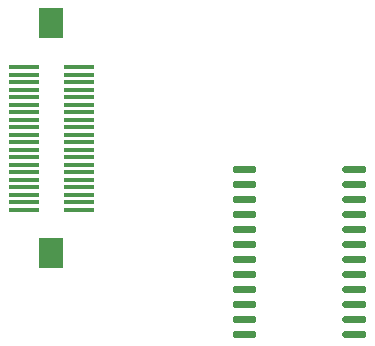
<source format=gbp>
%TF.GenerationSoftware,KiCad,Pcbnew,5.1.12-84ad8e8a86~92~ubuntu20.04.1*%
%TF.CreationDate,2021-12-07T00:39:57-06:00*%
%TF.ProjectId,serial_rewind_d2,73657269-616c-45f7-9265-77696e645f64,rev?*%
%TF.SameCoordinates,Original*%
%TF.FileFunction,Paste,Bot*%
%TF.FilePolarity,Positive*%
%FSLAX46Y46*%
G04 Gerber Fmt 4.6, Leading zero omitted, Abs format (unit mm)*
G04 Created by KiCad (PCBNEW 5.1.12-84ad8e8a86~92~ubuntu20.04.1) date 2021-12-07 00:39:57*
%MOMM*%
%LPD*%
G01*
G04 APERTURE LIST*
%ADD10R,2.500000X0.350000*%
%ADD11R,2.000000X2.500000*%
G04 APERTURE END LIST*
%TO.C,U5*%
G36*
G01*
X76074500Y-129487000D02*
X76074500Y-129212000D01*
G75*
G02*
X76212000Y-129074500I137500J0D01*
G01*
X77937000Y-129074500D01*
G75*
G02*
X78074500Y-129212000I0J-137500D01*
G01*
X78074500Y-129487000D01*
G75*
G02*
X77937000Y-129624500I-137500J0D01*
G01*
X76212000Y-129624500D01*
G75*
G02*
X76074500Y-129487000I0J137500D01*
G01*
G37*
G36*
G01*
X76074500Y-128217000D02*
X76074500Y-127942000D01*
G75*
G02*
X76212000Y-127804500I137500J0D01*
G01*
X77937000Y-127804500D01*
G75*
G02*
X78074500Y-127942000I0J-137500D01*
G01*
X78074500Y-128217000D01*
G75*
G02*
X77937000Y-128354500I-137500J0D01*
G01*
X76212000Y-128354500D01*
G75*
G02*
X76074500Y-128217000I0J137500D01*
G01*
G37*
G36*
G01*
X76074500Y-126947000D02*
X76074500Y-126672000D01*
G75*
G02*
X76212000Y-126534500I137500J0D01*
G01*
X77937000Y-126534500D01*
G75*
G02*
X78074500Y-126672000I0J-137500D01*
G01*
X78074500Y-126947000D01*
G75*
G02*
X77937000Y-127084500I-137500J0D01*
G01*
X76212000Y-127084500D01*
G75*
G02*
X76074500Y-126947000I0J137500D01*
G01*
G37*
G36*
G01*
X76074500Y-125677000D02*
X76074500Y-125402000D01*
G75*
G02*
X76212000Y-125264500I137500J0D01*
G01*
X77937000Y-125264500D01*
G75*
G02*
X78074500Y-125402000I0J-137500D01*
G01*
X78074500Y-125677000D01*
G75*
G02*
X77937000Y-125814500I-137500J0D01*
G01*
X76212000Y-125814500D01*
G75*
G02*
X76074500Y-125677000I0J137500D01*
G01*
G37*
G36*
G01*
X76074500Y-124407000D02*
X76074500Y-124132000D01*
G75*
G02*
X76212000Y-123994500I137500J0D01*
G01*
X77937000Y-123994500D01*
G75*
G02*
X78074500Y-124132000I0J-137500D01*
G01*
X78074500Y-124407000D01*
G75*
G02*
X77937000Y-124544500I-137500J0D01*
G01*
X76212000Y-124544500D01*
G75*
G02*
X76074500Y-124407000I0J137500D01*
G01*
G37*
G36*
G01*
X76074500Y-123137000D02*
X76074500Y-122862000D01*
G75*
G02*
X76212000Y-122724500I137500J0D01*
G01*
X77937000Y-122724500D01*
G75*
G02*
X78074500Y-122862000I0J-137500D01*
G01*
X78074500Y-123137000D01*
G75*
G02*
X77937000Y-123274500I-137500J0D01*
G01*
X76212000Y-123274500D01*
G75*
G02*
X76074500Y-123137000I0J137500D01*
G01*
G37*
G36*
G01*
X76074500Y-121867000D02*
X76074500Y-121592000D01*
G75*
G02*
X76212000Y-121454500I137500J0D01*
G01*
X77937000Y-121454500D01*
G75*
G02*
X78074500Y-121592000I0J-137500D01*
G01*
X78074500Y-121867000D01*
G75*
G02*
X77937000Y-122004500I-137500J0D01*
G01*
X76212000Y-122004500D01*
G75*
G02*
X76074500Y-121867000I0J137500D01*
G01*
G37*
G36*
G01*
X76074500Y-120597000D02*
X76074500Y-120322000D01*
G75*
G02*
X76212000Y-120184500I137500J0D01*
G01*
X77937000Y-120184500D01*
G75*
G02*
X78074500Y-120322000I0J-137500D01*
G01*
X78074500Y-120597000D01*
G75*
G02*
X77937000Y-120734500I-137500J0D01*
G01*
X76212000Y-120734500D01*
G75*
G02*
X76074500Y-120597000I0J137500D01*
G01*
G37*
G36*
G01*
X76074500Y-119327000D02*
X76074500Y-119052000D01*
G75*
G02*
X76212000Y-118914500I137500J0D01*
G01*
X77937000Y-118914500D01*
G75*
G02*
X78074500Y-119052000I0J-137500D01*
G01*
X78074500Y-119327000D01*
G75*
G02*
X77937000Y-119464500I-137500J0D01*
G01*
X76212000Y-119464500D01*
G75*
G02*
X76074500Y-119327000I0J137500D01*
G01*
G37*
G36*
G01*
X76074500Y-118057000D02*
X76074500Y-117782000D01*
G75*
G02*
X76212000Y-117644500I137500J0D01*
G01*
X77937000Y-117644500D01*
G75*
G02*
X78074500Y-117782000I0J-137500D01*
G01*
X78074500Y-118057000D01*
G75*
G02*
X77937000Y-118194500I-137500J0D01*
G01*
X76212000Y-118194500D01*
G75*
G02*
X76074500Y-118057000I0J137500D01*
G01*
G37*
G36*
G01*
X76074500Y-116787000D02*
X76074500Y-116512000D01*
G75*
G02*
X76212000Y-116374500I137500J0D01*
G01*
X77937000Y-116374500D01*
G75*
G02*
X78074500Y-116512000I0J-137500D01*
G01*
X78074500Y-116787000D01*
G75*
G02*
X77937000Y-116924500I-137500J0D01*
G01*
X76212000Y-116924500D01*
G75*
G02*
X76074500Y-116787000I0J137500D01*
G01*
G37*
G36*
G01*
X76074500Y-115517000D02*
X76074500Y-115242000D01*
G75*
G02*
X76212000Y-115104500I137500J0D01*
G01*
X77937000Y-115104500D01*
G75*
G02*
X78074500Y-115242000I0J-137500D01*
G01*
X78074500Y-115517000D01*
G75*
G02*
X77937000Y-115654500I-137500J0D01*
G01*
X76212000Y-115654500D01*
G75*
G02*
X76074500Y-115517000I0J137500D01*
G01*
G37*
G36*
G01*
X85374500Y-115517000D02*
X85374500Y-115242000D01*
G75*
G02*
X85512000Y-115104500I137500J0D01*
G01*
X87237000Y-115104500D01*
G75*
G02*
X87374500Y-115242000I0J-137500D01*
G01*
X87374500Y-115517000D01*
G75*
G02*
X87237000Y-115654500I-137500J0D01*
G01*
X85512000Y-115654500D01*
G75*
G02*
X85374500Y-115517000I0J137500D01*
G01*
G37*
G36*
G01*
X85374500Y-116787000D02*
X85374500Y-116512000D01*
G75*
G02*
X85512000Y-116374500I137500J0D01*
G01*
X87237000Y-116374500D01*
G75*
G02*
X87374500Y-116512000I0J-137500D01*
G01*
X87374500Y-116787000D01*
G75*
G02*
X87237000Y-116924500I-137500J0D01*
G01*
X85512000Y-116924500D01*
G75*
G02*
X85374500Y-116787000I0J137500D01*
G01*
G37*
G36*
G01*
X85374500Y-118057000D02*
X85374500Y-117782000D01*
G75*
G02*
X85512000Y-117644500I137500J0D01*
G01*
X87237000Y-117644500D01*
G75*
G02*
X87374500Y-117782000I0J-137500D01*
G01*
X87374500Y-118057000D01*
G75*
G02*
X87237000Y-118194500I-137500J0D01*
G01*
X85512000Y-118194500D01*
G75*
G02*
X85374500Y-118057000I0J137500D01*
G01*
G37*
G36*
G01*
X85374500Y-119327000D02*
X85374500Y-119052000D01*
G75*
G02*
X85512000Y-118914500I137500J0D01*
G01*
X87237000Y-118914500D01*
G75*
G02*
X87374500Y-119052000I0J-137500D01*
G01*
X87374500Y-119327000D01*
G75*
G02*
X87237000Y-119464500I-137500J0D01*
G01*
X85512000Y-119464500D01*
G75*
G02*
X85374500Y-119327000I0J137500D01*
G01*
G37*
G36*
G01*
X85374500Y-120597000D02*
X85374500Y-120322000D01*
G75*
G02*
X85512000Y-120184500I137500J0D01*
G01*
X87237000Y-120184500D01*
G75*
G02*
X87374500Y-120322000I0J-137500D01*
G01*
X87374500Y-120597000D01*
G75*
G02*
X87237000Y-120734500I-137500J0D01*
G01*
X85512000Y-120734500D01*
G75*
G02*
X85374500Y-120597000I0J137500D01*
G01*
G37*
G36*
G01*
X85374500Y-121867000D02*
X85374500Y-121592000D01*
G75*
G02*
X85512000Y-121454500I137500J0D01*
G01*
X87237000Y-121454500D01*
G75*
G02*
X87374500Y-121592000I0J-137500D01*
G01*
X87374500Y-121867000D01*
G75*
G02*
X87237000Y-122004500I-137500J0D01*
G01*
X85512000Y-122004500D01*
G75*
G02*
X85374500Y-121867000I0J137500D01*
G01*
G37*
G36*
G01*
X85374500Y-123137000D02*
X85374500Y-122862000D01*
G75*
G02*
X85512000Y-122724500I137500J0D01*
G01*
X87237000Y-122724500D01*
G75*
G02*
X87374500Y-122862000I0J-137500D01*
G01*
X87374500Y-123137000D01*
G75*
G02*
X87237000Y-123274500I-137500J0D01*
G01*
X85512000Y-123274500D01*
G75*
G02*
X85374500Y-123137000I0J137500D01*
G01*
G37*
G36*
G01*
X85374500Y-124407000D02*
X85374500Y-124132000D01*
G75*
G02*
X85512000Y-123994500I137500J0D01*
G01*
X87237000Y-123994500D01*
G75*
G02*
X87374500Y-124132000I0J-137500D01*
G01*
X87374500Y-124407000D01*
G75*
G02*
X87237000Y-124544500I-137500J0D01*
G01*
X85512000Y-124544500D01*
G75*
G02*
X85374500Y-124407000I0J137500D01*
G01*
G37*
G36*
G01*
X85374500Y-125677000D02*
X85374500Y-125402000D01*
G75*
G02*
X85512000Y-125264500I137500J0D01*
G01*
X87237000Y-125264500D01*
G75*
G02*
X87374500Y-125402000I0J-137500D01*
G01*
X87374500Y-125677000D01*
G75*
G02*
X87237000Y-125814500I-137500J0D01*
G01*
X85512000Y-125814500D01*
G75*
G02*
X85374500Y-125677000I0J137500D01*
G01*
G37*
G36*
G01*
X85374500Y-126947000D02*
X85374500Y-126672000D01*
G75*
G02*
X85512000Y-126534500I137500J0D01*
G01*
X87237000Y-126534500D01*
G75*
G02*
X87374500Y-126672000I0J-137500D01*
G01*
X87374500Y-126947000D01*
G75*
G02*
X87237000Y-127084500I-137500J0D01*
G01*
X85512000Y-127084500D01*
G75*
G02*
X85374500Y-126947000I0J137500D01*
G01*
G37*
G36*
G01*
X85374500Y-128217000D02*
X85374500Y-127942000D01*
G75*
G02*
X85512000Y-127804500I137500J0D01*
G01*
X87237000Y-127804500D01*
G75*
G02*
X87374500Y-127942000I0J-137500D01*
G01*
X87374500Y-128217000D01*
G75*
G02*
X87237000Y-128354500I-137500J0D01*
G01*
X85512000Y-128354500D01*
G75*
G02*
X85374500Y-128217000I0J137500D01*
G01*
G37*
G36*
G01*
X85374500Y-129487000D02*
X85374500Y-129212000D01*
G75*
G02*
X85512000Y-129074500I137500J0D01*
G01*
X87237000Y-129074500D01*
G75*
G02*
X87374500Y-129212000I0J-137500D01*
G01*
X87374500Y-129487000D01*
G75*
G02*
X87237000Y-129624500I-137500J0D01*
G01*
X85512000Y-129624500D01*
G75*
G02*
X85374500Y-129487000I0J137500D01*
G01*
G37*
%TD*%
D10*
%TO.C,J1*%
X63090000Y-106703000D03*
X58390000Y-106703000D03*
X63090000Y-107338000D03*
X58390000Y-107338000D03*
X63090000Y-107973000D03*
X58390000Y-107973000D03*
X63090000Y-108608000D03*
X58390000Y-108608000D03*
X63090000Y-109243000D03*
X58390000Y-109243000D03*
X63090000Y-109878000D03*
X58390000Y-109878000D03*
X63090000Y-110513000D03*
X58390000Y-110513000D03*
X63090000Y-111148000D03*
X58390000Y-111148000D03*
X63090000Y-111783000D03*
X58390000Y-111783000D03*
X63090000Y-112418000D03*
X58390000Y-112418000D03*
X63090000Y-113053000D03*
X58390000Y-113053000D03*
X63090000Y-113688000D03*
X58390000Y-113688000D03*
X63090000Y-114323000D03*
X58390000Y-114323000D03*
X63090000Y-114958000D03*
X58390000Y-114958000D03*
X63090000Y-115593000D03*
X58390000Y-115593000D03*
X63090000Y-116228000D03*
X58390000Y-116228000D03*
X63090000Y-116863000D03*
X58390000Y-116863000D03*
X63090000Y-117498000D03*
X58390000Y-117498000D03*
X63090000Y-118133000D03*
X58390000Y-118133000D03*
X63090000Y-118768000D03*
X58390000Y-118768000D03*
D11*
X60740000Y-103000000D03*
X60740000Y-122470000D03*
%TD*%
M02*

</source>
